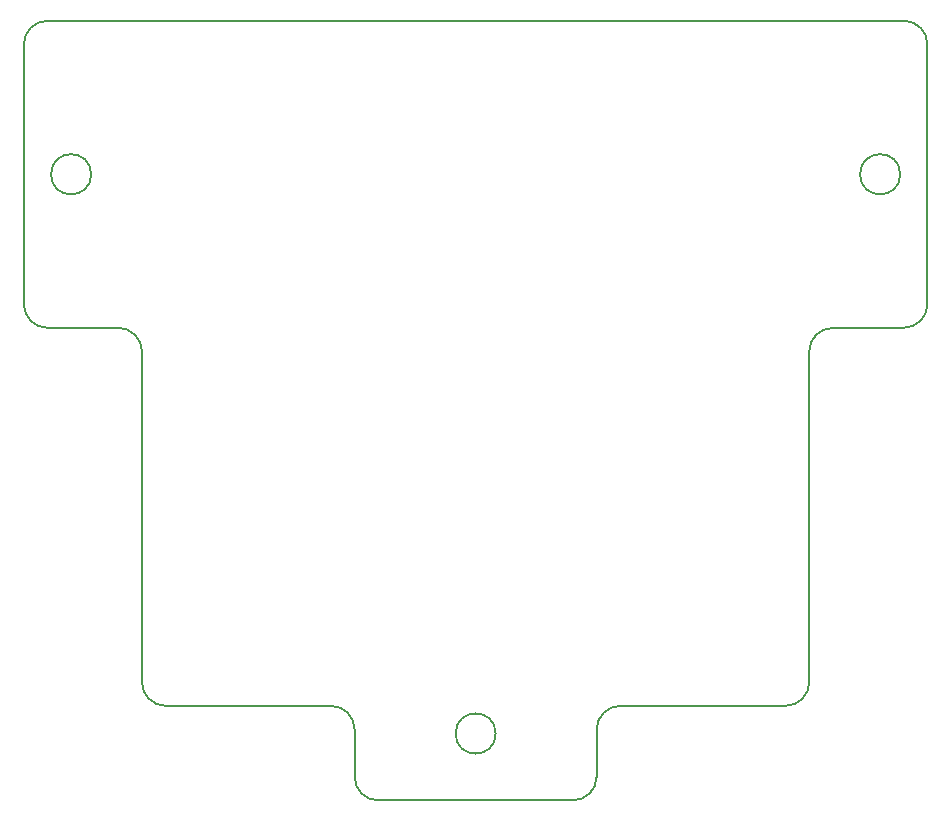
<source format=gbp>
G04 #@! TF.GenerationSoftware,KiCad,Pcbnew,9.0.0*
G04 #@! TF.CreationDate,2026-02-04T15:57:26+07:00*
G04 #@! TF.ProjectId,Power_management_V2,506f7765-725f-46d6-916e-6167656d656e,rev?*
G04 #@! TF.SameCoordinates,Original*
G04 #@! TF.FileFunction,Paste,Bot*
G04 #@! TF.FilePolarity,Positive*
%FSLAX46Y46*%
G04 Gerber Fmt 4.6, Leading zero omitted, Abs format (unit mm)*
G04 Created by KiCad (PCBNEW 9.0.0) date 2026-02-04 15:57:26*
%MOMM*%
%LPD*%
G01*
G04 APERTURE LIST*
G04 #@! TA.AperFunction,Profile*
%ADD10C,0.200000*%
G04 #@! TD*
G04 #@! TA.AperFunction,Profile*
%ADD11C,0.150000*%
G04 #@! TD*
G04 APERTURE END LIST*
D10*
X148552000Y-79699800D02*
X148552000Y-107699800D01*
X108052001Y-109699800D02*
G75*
G02*
X110052000Y-111699799I-1J-2000000D01*
G01*
X84051999Y-51699800D02*
X156552000Y-51699800D01*
X84051998Y-77699800D02*
G75*
G02*
X82052000Y-75699802I2J2000000D01*
G01*
X92052000Y-107699802D02*
X92052000Y-79699799D01*
X148552000Y-107699800D02*
G75*
G02*
X146552000Y-109699800I-2000000J0D01*
G01*
X148552000Y-79699800D02*
G75*
G02*
X150552000Y-77699800I2000000J0D01*
G01*
D11*
X156252000Y-64699800D02*
G75*
G02*
X152852000Y-64699800I-1700000J0D01*
G01*
X152852000Y-64699800D02*
G75*
G02*
X156252000Y-64699800I1700000J0D01*
G01*
D10*
X130552000Y-115699800D02*
G75*
G02*
X128552000Y-117699800I-2000000J0D01*
G01*
X112051998Y-117699800D02*
X128552000Y-117699800D01*
X112051998Y-117699800D02*
G75*
G02*
X110052000Y-115699802I2J2000000D01*
G01*
X146552000Y-109699800D02*
X132552000Y-109699800D01*
X156552000Y-77699800D02*
X150552000Y-77699800D01*
X82052000Y-53699799D02*
X82052000Y-75699802D01*
X108052001Y-109699800D02*
X94051998Y-109699800D01*
X94051998Y-109699800D02*
G75*
G02*
X92052000Y-107699802I2J2000000D01*
G01*
D11*
X122002000Y-112049800D02*
G75*
G02*
X118602000Y-112049800I-1700000J0D01*
G01*
X118602000Y-112049800D02*
G75*
G02*
X122002000Y-112049800I1700000J0D01*
G01*
D10*
X158552000Y-75699800D02*
X158552000Y-53699800D01*
X82052000Y-53699799D02*
G75*
G02*
X84051999Y-51699800I2000000J-1D01*
G01*
D11*
X87752000Y-64699800D02*
G75*
G02*
X84352000Y-64699800I-1700000J0D01*
G01*
X84352000Y-64699800D02*
G75*
G02*
X87752000Y-64699800I1700000J0D01*
G01*
D10*
X110052000Y-115699802D02*
X110052000Y-111699799D01*
X158552000Y-75699800D02*
G75*
G02*
X156552000Y-77699800I-2000000J0D01*
G01*
X130552000Y-111699800D02*
G75*
G02*
X132552000Y-109699800I2000000J0D01*
G01*
X156552000Y-51699800D02*
G75*
G02*
X158552000Y-53699800I0J-2000000D01*
G01*
X130552000Y-111699800D02*
X130552000Y-115699800D01*
X90052001Y-77699800D02*
G75*
G02*
X92052000Y-79699799I-1J-2000000D01*
G01*
X90052001Y-77699800D02*
X84051998Y-77699800D01*
M02*

</source>
